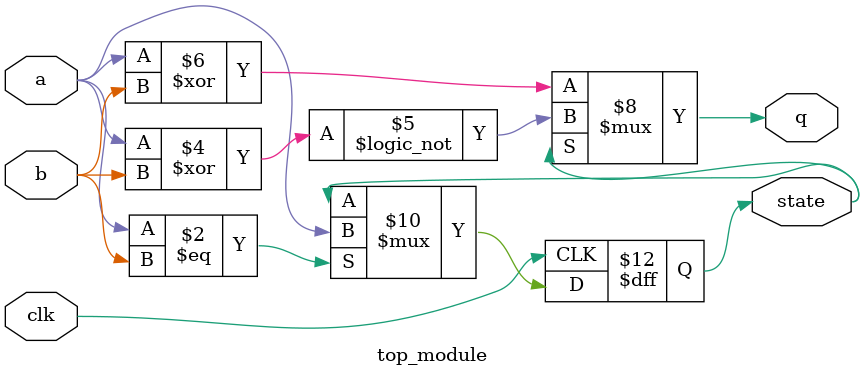
<source format=v>
module top_module (
    input clk,
    input a,
    input b,
    output q,
    output state  );
    always@(posedge clk) if(a==b) state <= a;
    always@(*)begin
        if (state) q<= !(a^b);
        else q<= a^b;end

endmodule
</source>
